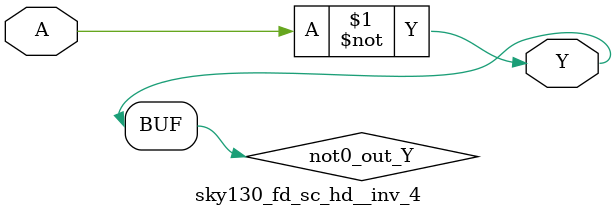
<source format=v>
/*
 * Copyright 2020 The SkyWater PDK Authors
 *
 * Licensed under the Apache License, Version 2.0 (the "License");
 * you may not use this file except in compliance with the License.
 * You may obtain a copy of the License at
 *
 *     https://www.apache.org/licenses/LICENSE-2.0
 *
 * Unless required by applicable law or agreed to in writing, software
 * distributed under the License is distributed on an "AS IS" BASIS,
 * WITHOUT WARRANTIES OR CONDITIONS OF ANY KIND, either express or implied.
 * See the License for the specific language governing permissions and
 * limitations under the License.
 *
 * SPDX-License-Identifier: Apache-2.0
*/


`ifndef SKY130_FD_SC_HD__INV_4_FUNCTIONAL_V
`define SKY130_FD_SC_HD__INV_4_FUNCTIONAL_V

/**
 * inv: Inverter.
 *
 * Verilog simulation functional model.
 */

`timescale 1ns / 1ps
`default_nettype none

`celldefine
module sky130_fd_sc_hd__inv_4 (
    Y,
    A
);

    // Module ports
    output Y;
    input  A;

    // Local signals
    wire not0_out_Y;

    //  Name  Output      Other arguments
    not not0 (not0_out_Y, A              );
    buf buf0 (Y         , not0_out_Y     );

endmodule
`endcelldefine

`default_nettype wire
`endif  // SKY130_FD_SC_HD__INV_4_FUNCTIONAL_V

</source>
